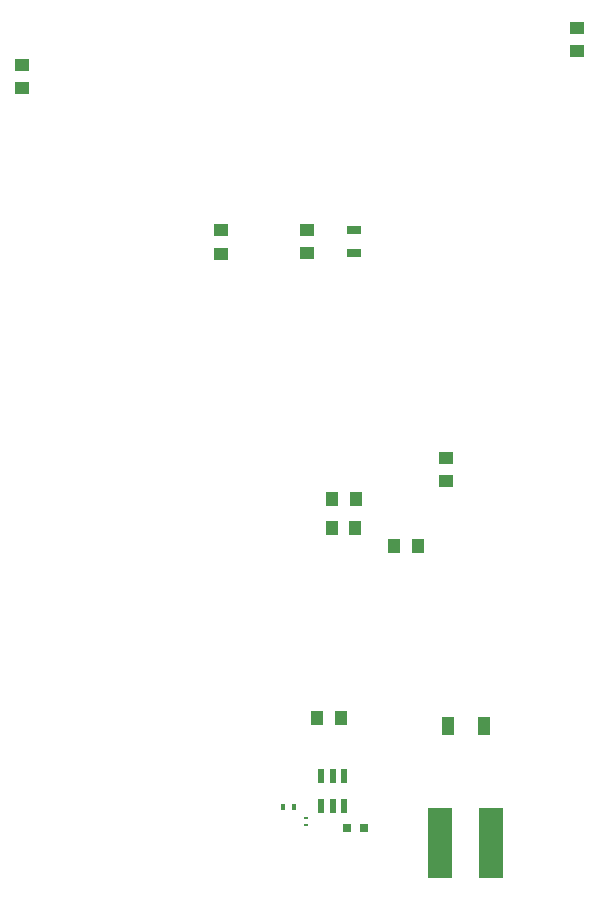
<source format=gbr>
G04 #@! TF.GenerationSoftware,KiCad,Pcbnew,5.0.2-bee76a0~70~ubuntu18.04.1*
G04 #@! TF.CreationDate,2019-03-18T17:02:54-07:00*
G04 #@! TF.ProjectId,Half_Shield,48616c66-5f53-4686-9965-6c642e6b6963,rev?*
G04 #@! TF.SameCoordinates,Original*
G04 #@! TF.FileFunction,Paste,Top*
G04 #@! TF.FilePolarity,Positive*
%FSLAX46Y46*%
G04 Gerber Fmt 4.6, Leading zero omitted, Abs format (unit mm)*
G04 Created by KiCad (PCBNEW 5.0.2-bee76a0~70~ubuntu18.04.1) date Mon 18 Mar 2019 05:02:54 PM PDT*
%MOMM*%
%LPD*%
G01*
G04 APERTURE LIST*
%ADD10R,0.590000X1.250000*%
%ADD11R,1.300000X0.700000*%
%ADD12R,1.000000X1.250000*%
%ADD13R,1.250000X1.000000*%
%ADD14R,0.800000X0.750000*%
%ADD15R,2.006600X5.994400*%
%ADD16R,0.430000X0.280000*%
%ADD17R,0.400000X0.600000*%
%ADD18R,1.000000X1.600000*%
G04 APERTURE END LIST*
D10*
G04 #@! TO.C,U1*
X142473600Y-106121200D03*
X143423600Y-106121200D03*
X144373600Y-106121200D03*
X142473600Y-108631200D03*
X143423600Y-108631200D03*
X144373600Y-108631200D03*
G04 #@! TD*
D11*
G04 #@! TO.C,R1*
X145237200Y-59933800D03*
X145237200Y-61833800D03*
G04 #@! TD*
D12*
G04 #@! TO.C,C1*
X150622000Y-86664800D03*
X148622000Y-86664800D03*
G04 #@! TD*
D13*
G04 #@! TO.C,C2*
X117094000Y-47908400D03*
X117094000Y-45908400D03*
G04 #@! TD*
G04 #@! TO.C,C3*
X164134800Y-44754800D03*
X164134800Y-42754800D03*
G04 #@! TD*
G04 #@! TO.C,C4*
X141274800Y-61858400D03*
X141274800Y-59858400D03*
G04 #@! TD*
G04 #@! TO.C,C5*
X133959600Y-59909200D03*
X133959600Y-61909200D03*
G04 #@! TD*
D12*
G04 #@! TO.C,C6*
X145358205Y-85090000D03*
X143358205Y-85090000D03*
G04 #@! TD*
G04 #@! TO.C,C7*
X145362205Y-82702400D03*
X143362205Y-82702400D03*
G04 #@! TD*
D13*
G04 #@! TO.C,C8*
X153009600Y-79178400D03*
X153009600Y-81178400D03*
G04 #@! TD*
D14*
G04 #@! TO.C,Cbst1*
X146100800Y-110540800D03*
X144600800Y-110540800D03*
G04 #@! TD*
D15*
G04 #@! TO.C,L1*
X156870400Y-111810800D03*
X152552400Y-111810800D03*
G04 #@! TD*
D16*
G04 #@! TO.C,Rfbb1*
X141173200Y-110242000D03*
X141173200Y-109722000D03*
G04 #@! TD*
D17*
G04 #@! TO.C,Rfbt1*
X140157200Y-108712000D03*
X139257200Y-108712000D03*
G04 #@! TD*
D12*
G04 #@! TO.C,Cin1*
X144119600Y-101244400D03*
X142119600Y-101244400D03*
G04 #@! TD*
D18*
G04 #@! TO.C,Cout1*
X153210000Y-101904800D03*
X156210000Y-101904800D03*
G04 #@! TD*
M02*

</source>
